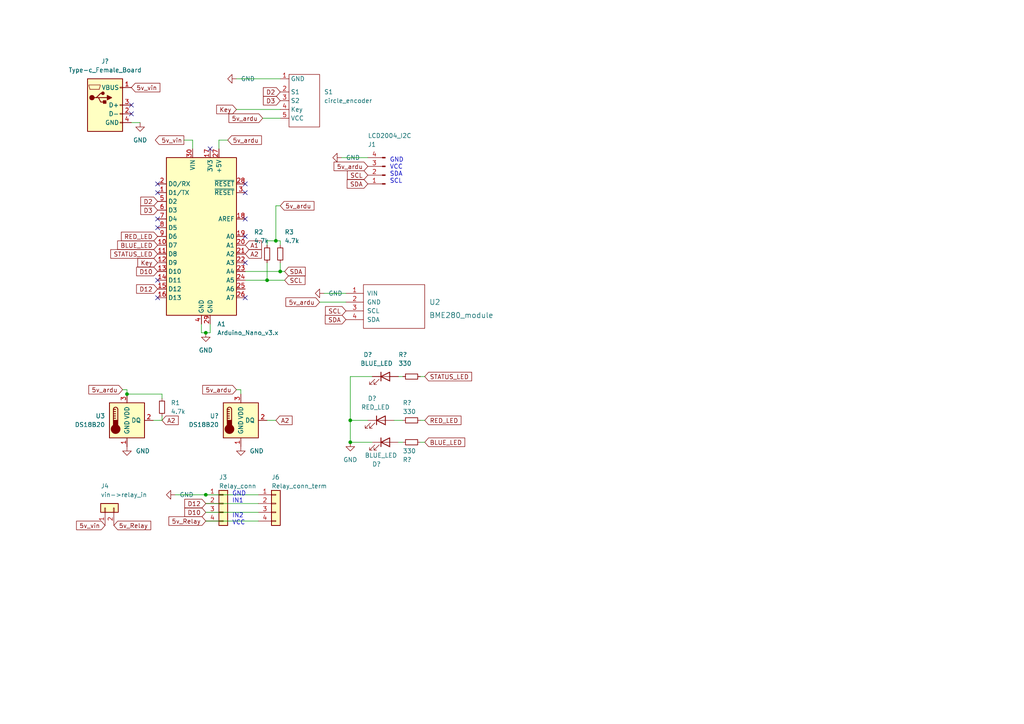
<source format=kicad_sch>
(kicad_sch (version 20211123) (generator eeschema)
  (paper "A4")
  (lib_symbols
    (symbol "Connector:Conn_01x04_Male" (pin_names (offset 1.016) hide)
      (property "Reference" "J" (at 0 5.08 0))
      (property "Value" "Conn_01x04_Male" (at 0 -7.62 0))
      (symbol "Conn_01x04_Male_1_1"
        (polyline (pts (xy 1.27 -5.08) (xy 0.8636 -5.08)) (stroke (width 0.1524)))
        (polyline (pts (xy 1.27 -2.54) (xy 0.8636 -2.54)) (stroke (width 0.1524)))
        (polyline (pts (xy 1.27 0) (xy 0.8636 0)) (stroke (width 0.1524)))
        (polyline (pts (xy 1.27 2.54) (xy 0.8636 2.54)) (stroke (width 0.1524)))
        (rectangle (start 0.8636 -4.953) (end 0 -5.207) (stroke (width 0.1524)) (fill (type outline)))
        (rectangle (start 0.8636 -2.413) (end 0 -2.667) (stroke (width 0.1524)) (fill (type outline)))
        (rectangle (start 0.8636 0.127) (end 0 -0.127) (stroke (width 0.1524)) (fill (type outline)))
        (rectangle (start 0.8636 2.667) (end 0 2.413) (stroke (width 0.1524)) (fill (type outline)))
        (pin passive line (at 5.08 2.54 180) (length 3.81) (name "Pin_1") (number "1"))
        (pin passive line (at 5.08 0 180) (length 3.81) (name "Pin_2") (number "2"))
        (pin passive line (at 5.08 -2.54 180) (length 3.81) (name "Pin_3") (number "3"))
        (pin passive line (at 5.08 -5.08 180) (length 3.81) (name "Pin_4") (number "4"))
      )
    )
    (symbol "Connector_Generic:Conn_01x02" (pin_names (offset 1.016) hide)
      (property "Reference" "J" (at 0 2.54 0))
      (property "Value" "Conn_01x02" (at 0 -5.08 0))
      (symbol "Conn_01x02_1_1"
        (rectangle (start -1.27 -2.413) (end 0 -2.667) (stroke (width 0.1524)))
        (rectangle (start -1.27 0.127) (end 0 -0.127) (stroke (width 0.1524)))
        (rectangle (start -1.27 1.27) (end 1.27 -3.81) (stroke (width 0.254)) (fill (type background)))
        (pin passive line (at -5.08 0 0) (length 3.81) (name "Pin_1") (number "1"))
        (pin passive line (at -5.08 -2.54 0) (length 3.81) (name "Pin_2") (number "2"))
      )
    )
    (symbol "Connector_Generic:Conn_01x04" (pin_names (offset 1.016) hide)
      (property "Reference" "J" (at 0 5.08 0))
      (property "Value" "Conn_01x04" (at 0 -7.62 0))
      (symbol "Conn_01x04_1_1"
        (rectangle (start -1.27 -4.953) (end 0 -5.207) (stroke (width 0.1524)))
        (rectangle (start -1.27 -2.413) (end 0 -2.667) (stroke (width 0.1524)))
        (rectangle (start -1.27 0.127) (end 0 -0.127) (stroke (width 0.1524)))
        (rectangle (start -1.27 2.667) (end 0 2.413) (stroke (width 0.1524)))
        (rectangle (start -1.27 3.81) (end 1.27 -6.35) (stroke (width 0.254)) (fill (type background)))
        (pin passive line (at -5.08 2.54 0) (length 3.81) (name "Pin_1") (number "1"))
        (pin passive line (at -5.08 0 0) (length 3.81) (name "Pin_2") (number "2"))
        (pin passive line (at -5.08 -2.54 0) (length 3.81) (name "Pin_3") (number "3"))
        (pin passive line (at -5.08 -5.08 0) (length 3.81) (name "Pin_4") (number "4"))
      )
    )
    (symbol "Device:LED" (pin_numbers hide) (pin_names (offset 1.016) hide)
      (property "Reference" "D" (at 0 2.54 0))
      (property "Value" "LED" (at 0 -2.54 0))
      (symbol "LED_0_1"
        (polyline (pts (xy -1.27 -1.27) (xy -1.27 1.27)) (stroke (width 0.254)))
        (polyline (pts (xy -1.27 0) (xy 1.27 0)))
        (polyline (pts (xy 1.27 -1.27) (xy 1.27 1.27) (xy -1.27 0) (xy 1.27 -1.27)) (stroke (width 0.254)))
        (polyline (pts (xy -3.048 -0.762) (xy -4.572 -2.286) (xy -3.81 -2.286) (xy -4.572 -2.286) (xy -4.572 -1.524)))
        (polyline (pts (xy -1.778 -0.762) (xy -3.302 -2.286) (xy -2.54 -2.286) (xy -3.302 -2.286) (xy -3.302 -1.524)))
      )
      (symbol "LED_1_1"
        (pin passive line (at -3.81 0 0) (length 2.54) (name "K") (number "1"))
        (pin passive line (at 3.81 0 180) (length 2.54) (name "A") (number "2"))
      )
    )
    (symbol "Device:R_Small" (pin_numbers hide) (pin_names (offset 0.254) hide)
      (property "Reference" "R" (at 0.762 0.508 0))
      (property "Value" "R_Small" (at 0.762 -1.016 0))
      (symbol "R_Small_0_1"
        (rectangle (start -0.762 1.778) (end 0.762 -1.778) (stroke (width 0.2032)))
      )
      (symbol "R_Small_1_1"
        (pin passive line (at 0 2.54 270) (length 0.762) (name "~") (number "1"))
        (pin passive line (at 0 -2.54 90) (length 0.762) (name "~") (number "2"))
      )
    )
    (symbol "MCU_Module:Arduino_Nano_v3.x"
      (property "Reference" "A" (at -10.16 23.495 0))
      (property "Value" "Arduino_Nano_v3.x" (at 5.08 -24.13 0))
      (symbol "Arduino_Nano_v3.x_0_1"
        (rectangle (start -10.16 22.86) (end 10.16 -22.86) (stroke (width 0.254)) (fill (type background)))
      )
      (symbol "Arduino_Nano_v3.x_1_1"
        (pin bidirectional line (at -12.7 12.7 0) (length 2.54) (name "D1/TX") (number "1"))
        (pin bidirectional line (at -12.7 -2.54 0) (length 2.54) (name "D7") (number "10"))
        (pin bidirectional line (at -12.7 -5.08 0) (length 2.54) (name "D8") (number "11"))
        (pin bidirectional line (at -12.7 -7.62 0) (length 2.54) (name "D9") (number "12"))
        (pin bidirectional line (at -12.7 -10.16 0) (length 2.54) (name "D10") (number "13"))
        (pin bidirectional line (at -12.7 -12.7 0) (length 2.54) (name "D11") (number "14"))
        (pin bidirectional line (at -12.7 -15.24 0) (length 2.54) (name "D12") (number "15"))
        (pin bidirectional line (at -12.7 -17.78 0) (length 2.54) (name "D13") (number "16"))
        (pin power_out line (at 2.54 25.4 270) (length 2.54) (name "3V3") (number "17"))
        (pin input line (at 12.7 5.08 180) (length 2.54) (name "AREF") (number "18"))
        (pin bidirectional line (at 12.7 0 180) (length 2.54) (name "A0") (number "19"))
        (pin bidirectional line (at -12.7 15.24 0) (length 2.54) (name "D0/RX") (number "2"))
        (pin bidirectional line (at 12.7 -2.54 180) (length 2.54) (name "A1") (number "20"))
        (pin bidirectional line (at 12.7 -5.08 180) (length 2.54) (name "A2") (number "21"))
        (pin bidirectional line (at 12.7 -7.62 180) (length 2.54) (name "A3") (number "22"))
        (pin bidirectional line (at 12.7 -10.16 180) (length 2.54) (name "A4") (number "23"))
        (pin bidirectional line (at 12.7 -12.7 180) (length 2.54) (name "A5") (number "24"))
        (pin bidirectional line (at 12.7 -15.24 180) (length 2.54) (name "A6") (number "25"))
        (pin bidirectional line (at 12.7 -17.78 180) (length 2.54) (name "A7") (number "26"))
        (pin power_out line (at 5.08 25.4 270) (length 2.54) (name "+5V") (number "27"))
        (pin input line (at 12.7 15.24 180) (length 2.54) (name "~{RESET}") (number "28"))
        (pin power_in line (at 2.54 -25.4 90) (length 2.54) (name "GND") (number "29"))
        (pin input line (at 12.7 12.7 180) (length 2.54) (name "~{RESET}") (number "3"))
        (pin power_in line (at -2.54 25.4 270) (length 2.54) (name "VIN") (number "30"))
        (pin power_in line (at 0 -25.4 90) (length 2.54) (name "GND") (number "4"))
        (pin bidirectional line (at -12.7 10.16 0) (length 2.54) (name "D2") (number "5"))
        (pin bidirectional line (at -12.7 7.62 0) (length 2.54) (name "D3") (number "6"))
        (pin bidirectional line (at -12.7 5.08 0) (length 2.54) (name "D4") (number "7"))
        (pin bidirectional line (at -12.7 2.54 0) (length 2.54) (name "D5") (number "8"))
        (pin bidirectional line (at -12.7 0 0) (length 2.54) (name "D6") (number "9"))
      )
    )
    (symbol "Sensor_Temperature:DS18B20" (pin_names (offset 1.016))
      (property "Reference" "U" (at -3.81 6.35 0))
      (property "Value" "DS18B20" (at 6.35 6.35 0))
      (symbol "DS18B20_0_1"
        (rectangle (start -5.08 5.08) (end 5.08 -5.08) (stroke (width 0.254)) (fill (type background)))
        (circle (center -3.302 -2.54) (radius 1.27) (stroke (width 0.254)) (fill (type outline)))
        (rectangle (start -2.667 -1.905) (end -3.937 0) (stroke (width 0.254)) (fill (type outline)))
        (arc (start -2.667 3.175) (mid -3.302 3.81) (end -3.937 3.175) (stroke (width 0.254)))
        (polyline (pts (xy -3.937 0.635) (xy -3.302 0.635)) (stroke (width 0.254)))
        (polyline (pts (xy -3.937 1.27) (xy -3.302 1.27)) (stroke (width 0.254)))
        (polyline (pts (xy -3.937 1.905) (xy -3.302 1.905)) (stroke (width 0.254)))
        (polyline (pts (xy -3.937 2.54) (xy -3.302 2.54)) (stroke (width 0.254)))
        (polyline (pts (xy -3.937 3.175) (xy -3.937 0)) (stroke (width 0.254)))
        (polyline (pts (xy -3.937 3.175) (xy -3.302 3.175)) (stroke (width 0.254)))
        (polyline (pts (xy -2.667 3.175) (xy -2.667 0)) (stroke (width 0.254)))
      )
      (symbol "DS18B20_1_1"
        (pin power_in line (at 0 -7.62 90) (length 2.54) (name "GND") (number "1"))
        (pin bidirectional line (at 7.62 0 180) (length 2.54) (name "DQ") (number "2"))
        (pin power_in line (at 0 7.62 270) (length 2.54) (name "VDD") (number "3"))
      )
    )
    (symbol "circle_encoder_from_ali:circle_encoder"
      (property "Reference" "S1" (at 6.35 -2.5399 0))
      (property "Value" "circle_encoder" (at 6.35 -5.0799 0))
      (symbol "circle_encoder_0_1"
        (rectangle (start -3.81 2.54) (end 5.08 -12.7))
      )
      (symbol "circle_encoder_1_1"
        (pin input line (at -6.35 1.27 0) (length 2.54) (name "GND") (number "1"))
        (pin input line (at -6.35 -2.54 0) (length 2.54) (name "S1") (number "2"))
        (pin input line (at -6.35 -5.08 0) (length 2.54) (name "S2") (number "3"))
        (pin input line (at -6.35 -7.62 0) (length 2.54) (name "Key") (number "4"))
        (pin input line (at -6.35 -10.16 0) (length 2.54) (name "VCC") (number "5"))
      )
    )
    (symbol "megasaturnv_custom_components:BME280_module" (pin_names (offset 1.016))
      (property "Reference" "U" (at 0 -10.16 0))
      (property "Value" "BME280_module" (at 0 7.62 0))
      (symbol "BME280_module_0_1"
        (rectangle (start -7.62 5.08) (end 10.16 -7.62))
      )
      (symbol "BME280_module_1_1"
        (pin power_in line (at -12.7 2.54 0) (length 5.08) (name "VIN") (number "1"))
        (pin power_out line (at -12.7 0 0) (length 5.08) (name "GND") (number "2"))
        (pin input line (at -12.7 -2.54 0) (length 5.08) (name "SCL") (number "3"))
        (pin input line (at -12.7 -5.08 0) (length 5.08) (name "SDA") (number "4"))
      )
    )
    (symbol "power:GND" (power) (pin_names (offset 0))
      (property "Value" "GND" (at 0 -3.81 0))
      (symbol "GND_0_1"
        (polyline (pts (xy 0 0) (xy 0 -1.27) (xy 1.27 -1.27) (xy 0 -2.54) (xy -1.27 -1.27) (xy 0 -1.27)))
      )
      (symbol "GND_1_1"
        (pin power_in line (at 0 0 270) (length 0) hide (name "GND") (number "1"))
      )
    )
    (symbol "usb_type_c_female_board_Aliexpress:Type-c_Female_Board" (pin_names (offset 1.016))
      (property "Reference" "J" (at -17.78 11.43 0))
      (property "Value" "Type-c_Female_Board" (at -7.62 8.89 0))
      (symbol "Type-c_Female_Board_1_1"
        (rectangle (start -5.08 -7.62) (end 5.08 7.62) (stroke (width 0.254)) (fill (type background)))
        (circle (center -3.81 2.159) (radius 0.635) (stroke (width 0.254)) (fill (type outline)))
        (circle (center -0.635 3.429) (radius 0.381) (stroke (width 0.254)) (fill (type outline)))
        (polyline (pts (xy -1.905 2.159) (xy 0.635 2.159)) (stroke (width 0.254)))
        (polyline (pts (xy -3.175 2.159) (xy -2.54 2.159) (xy -1.27 3.429) (xy -0.635 3.429)) (stroke (width 0.254)))
        (polyline (pts (xy -2.54 2.159) (xy -1.905 2.159) (xy -1.27 0.889) (xy 0 0.889)) (stroke (width 0.254)))
        (polyline (pts (xy 0.635 2.794) (xy 0.635 1.524) (xy 1.905 2.159) (xy 0.635 2.794)) (stroke (width 0.254)) (fill (type outline)))
        (polyline (pts (xy -4.699 5.842) (xy -4.699 5.588) (xy -4.445 4.826) (xy -4.445 4.572) (xy -1.651 4.572) (xy -1.651 4.826) (xy -1.397 5.588) (xy -1.397 5.842) (xy -4.699 5.842)))
        (rectangle (start 0.254 1.27) (end -0.508 0.508) (stroke (width 0.254)) (fill (type outline)))
        (rectangle (start 5.08 -5.207) (end 4.318 -4.953))
        (rectangle (start 5.08 -2.667) (end 4.318 -2.413))
        (rectangle (start 5.08 -0.127) (end 4.318 0.127))
        (rectangle (start 5.08 4.953) (end 4.318 5.207))
        (pin power_out line (at 7.62 5.08 180) (length 2.54) (name "VBUS") (number "1"))
        (pin bidirectional line (at 7.62 -2.54 180) (length 2.54) (name "D-") (number "2"))
        (pin bidirectional line (at 7.62 0 180) (length 2.54) (name "D+") (number "3"))
        (pin power_out line (at 7.62 -5.08 180) (length 2.54) (name "GND") (number "4"))
      )
    )
  )
  (junction (at 101.6 121.92))
  (junction (at 80.01 69.85))
  (junction (at 101.6 128.27))
  (junction (at 81.28 78.74))
  (junction (at 77.47 81.28))
  (junction (at 36.83 114.3))
  (junction (at 59.69 96.52))
  (junction (at 59.69 143.51))
  (no_connect (at 38.1 33.02))
  (no_connect (at 38.1 30.48))
  (no_connect (at 60.96 43.18))
  (no_connect (at 71.12 53.34))
  (no_connect (at 71.12 55.88))
  (no_connect (at 71.12 63.5))
  (no_connect (at 71.12 68.58))
  (no_connect (at 71.12 76.2))
  (no_connect (at 71.12 86.36))
  (no_connect (at 45.72 86.36))
  (no_connect (at 45.72 66.04))
  (no_connect (at 45.72 63.5))
  (no_connect (at 45.72 81.28))
  (no_connect (at 45.72 53.34))
  (no_connect (at 45.72 55.88))
  (wire (pts (xy 80.01 69.85) (xy 81.28 69.85)))
  (wire (pts (xy 81.28 78.74) (xy 71.12 78.74)))
  (wire (pts (xy 115.57 109.22) (xy 116.84 109.22)))
  (wire (pts (xy 68.58 31.75) (xy 81.28 31.75)))
  (wire (pts (xy 92.71 87.63) (xy 100.33 87.63)))
  (wire (pts (xy 46.99 120.65) (xy 46.99 121.92)))
  (wire (pts (xy 80.01 121.92) (xy 77.47 121.92)))
  (wire (pts (xy 76.2 34.29) (xy 81.28 34.29)))
  (wire (pts (xy 82.55 78.74) (xy 81.28 78.74)))
  (wire (pts (xy 66.04 40.64) (xy 63.5 40.64)))
  (wire (pts (xy 68.58 113.03) (xy 69.85 113.03)))
  (wire (pts (xy 59.69 151.13) (xy 74.93 151.13)))
  (wire (pts (xy 59.69 96.52) (xy 58.42 96.52)))
  (wire (pts (xy 36.83 113.03) (xy 36.83 114.3)))
  (wire (pts (xy 121.92 128.27) (xy 123.19 128.27)))
  (wire (pts (xy 77.47 71.12) (xy 77.47 69.85)))
  (wire (pts (xy 77.47 69.85) (xy 80.01 69.85)))
  (wire (pts (xy 55.88 40.64) (xy 55.88 43.18)))
  (wire (pts (xy 63.5 40.64) (xy 63.5 43.18)))
  (wire (pts (xy 81.28 76.2) (xy 81.28 78.74)))
  (wire (pts (xy 101.6 128.27) (xy 107.95 128.27)))
  (wire (pts (xy 46.99 121.92) (xy 44.45 121.92)))
  (wire (pts (xy 35.56 113.03) (xy 36.83 113.03)))
  (wire (pts (xy 69.85 113.03) (xy 69.85 114.3)))
  (wire (pts (xy 81.28 69.85) (xy 81.28 71.12)))
  (wire (pts (xy 50.8 143.51) (xy 59.69 143.51)))
  (wire (pts (xy 101.6 109.22) (xy 101.6 121.92)))
  (wire (pts (xy 101.6 121.92) (xy 101.6 128.27)))
  (wire (pts (xy 77.47 76.2) (xy 77.47 81.28)))
  (wire (pts (xy 59.69 143.51) (xy 74.93 143.51)))
  (wire (pts (xy 60.96 96.52) (xy 59.69 96.52)))
  (wire (pts (xy 68.58 22.86) (xy 81.28 22.86)))
  (wire (pts (xy 59.69 146.05) (xy 74.93 146.05)))
  (wire (pts (xy 59.69 148.59) (xy 74.93 148.59)))
  (wire (pts (xy 121.92 109.22) (xy 123.19 109.22)))
  (wire (pts (xy 81.28 59.69) (xy 80.01 59.69)))
  (wire (pts (xy 82.55 81.28) (xy 77.47 81.28)))
  (wire (pts (xy 36.83 114.3) (xy 46.99 114.3)))
  (wire (pts (xy 80.01 59.69) (xy 80.01 69.85)))
  (wire (pts (xy 38.1 35.56) (xy 40.64 35.56)))
  (wire (pts (xy 46.99 114.3) (xy 46.99 115.57)))
  (wire (pts (xy 58.42 93.98) (xy 58.42 96.52)))
  (wire (pts (xy 99.06 45.72) (xy 106.68 45.72)))
  (wire (pts (xy 53.34 40.64) (xy 55.88 40.64)))
  (wire (pts (xy 77.47 81.28) (xy 71.12 81.28)))
  (wire (pts (xy 121.92 121.92) (xy 123.19 121.92)))
  (wire (pts (xy 93.98 85.09) (xy 100.33 85.09)))
  (wire (pts (xy 60.96 93.98) (xy 60.96 96.52)))
  (wire (pts (xy 107.95 109.22) (xy 101.6 109.22)))
  (wire (pts (xy 106.68 121.92) (xy 101.6 121.92)))
  (wire (pts (xy 114.3 121.92) (xy 116.84 121.92)))
  (wire (pts (xy 115.57 128.27) (xy 116.84 128.27)))
  (text "GND\nIN1" (at 67.31 146.05 0) (effects (font (size 1.27 1.27)) (justify left bottom)))
  (text "IN2\nVCC" (at 67.31 152.4 0) (effects (font (size 1.27 1.27)) (justify left bottom)))
  (text "GND\nVCC\nSDA\nSCL" (at 113.03 53.34 0) (effects (font (size 1.27 1.27)) (justify left bottom)))
  (global_label "5v_ardu" (shape input) (at 76.2 34.29 180) (property "Intersheet References" "${INTERSHEET_REFS}" (effects hide)))
  (global_label "5v_ardu" (shape input) (at 106.68 48.26 180) (property "Intersheet References" "${INTERSHEET_REFS}" (effects hide)))
  (global_label "RED_LED" (shape input) (at 45.72 68.58 180) (property "Intersheet References" "${INTERSHEET_REFS}" (effects hide)))
  (global_label "5v_ardu" (shape input) (at 66.04 40.64 0) (property "Intersheet References" "${INTERSHEET_REFS}" (effects hide)))
  (global_label "D2" (shape input) (at 81.28 26.67 180) (property "Intersheet References" "${INTERSHEET_REFS}" (effects hide)))
  (global_label "STATUS_LED" (shape input) (at 123.19 109.22 0) (property "Intersheet References" "${INTERSHEET_REFS}" (effects hide)))
  (global_label "RED_LED" (shape input) (at 123.19 121.92 0) (property "Intersheet References" "${INTERSHEET_REFS}" (effects hide)))
  (global_label "SDA" (shape input) (at 106.68 53.34 180) (property "Intersheet References" "${INTERSHEET_REFS}" (effects hide)))
  (global_label "BLUE_LED" (shape input) (at 45.72 71.12 180) (property "Intersheet References" "${INTERSHEET_REFS}" (effects hide)))
  (global_label "D3" (shape input) (at 81.28 29.21 180) (property "Intersheet References" "${INTERSHEET_REFS}" (effects hide)))
  (global_label "A2" (shape input) (at 80.01 121.92 0) (property "Intersheet References" "${INTERSHEET_REFS}" (effects hide)))
  (global_label "5v_ardu" (shape input) (at 68.58 113.03 180) (property "Intersheet References" "${INTERSHEET_REFS}" (effects hide)))
  (global_label "A1" (shape input) (at 71.12 71.12 0) (property "Intersheet References" "${INTERSHEET_REFS}" (effects hide)))
  (global_label "D2" (shape input) (at 45.72 58.42 180) (property "Intersheet References" "${INTERSHEET_REFS}" (effects hide)))
  (global_label "5v_ardu" (shape input) (at 35.56 113.03 180) (property "Intersheet References" "${INTERSHEET_REFS}" (effects hide)))
  (global_label "SCL" (shape input) (at 82.55 81.28 0) (property "Intersheet References" "${INTERSHEET_REFS}" (effects hide)))
  (global_label "A2" (shape input) (at 46.99 121.92 0) (property "Intersheet References" "${INTERSHEET_REFS}" (effects hide)))
  (global_label "D10" (shape input) (at 59.69 148.59 180) (property "Intersheet References" "${INTERSHEET_REFS}" (effects hide)))
  (global_label "STATUS_LED" (shape input) (at 45.72 73.66 180) (property "Intersheet References" "${INTERSHEET_REFS}" (effects hide)))
  (global_label "SDA" (shape input) (at 82.55 78.74 0) (property "Intersheet References" "${INTERSHEET_REFS}" (effects hide)))
  (global_label "SCL" (shape input) (at 100.33 90.17 180) (property "Intersheet References" "${INTERSHEET_REFS}" (effects hide)))
  (global_label "D12" (shape input) (at 59.69 146.05 180) (property "Intersheet References" "${INTERSHEET_REFS}" (effects hide)))
  (global_label "5v_vin" (shape input) (at 30.48 152.4 180) (property "Intersheet References" "${INTERSHEET_REFS}" (effects hide)))
  (global_label "SDA" (shape input) (at 100.33 92.71 180) (property "Intersheet References" "${INTERSHEET_REFS}" (effects hide)))
  (global_label "Key" (shape input) (at 45.72 76.2 180) (property "Intersheet References" "${INTERSHEET_REFS}" (effects hide)))
  (global_label "5v_Relay" (shape input) (at 59.69 151.13 180) (property "Intersheet References" "${INTERSHEET_REFS}" (effects hide)))
  (global_label "D12" (shape input) (at 45.72 83.82 180) (property "Intersheet References" "${INTERSHEET_REFS}" (effects hide)))
  (global_label "5v_ardu" (shape input) (at 92.71 87.63 180) (property "Intersheet References" "${INTERSHEET_REFS}" (effects hide)))
  (global_label "D10" (shape input) (at 45.72 78.74 180) (property "Intersheet References" "${INTERSHEET_REFS}" (effects hide)))
  (global_label "BLUE_LED" (shape input) (at 123.19 128.27 0) (property "Intersheet References" "${INTERSHEET_REFS}" (effects hide)))
  (global_label "5v_Relay" (shape input) (at 33.02 152.4 0) (property "Intersheet References" "${INTERSHEET_REFS}" (effects hide)))
  (global_label "SCL" (shape input) (at 106.68 50.8 180) (property "Intersheet References" "${INTERSHEET_REFS}" (effects hide)))
  (global_label "Key" (shape input) (at 68.58 31.75 180) (property "Intersheet References" "${INTERSHEET_REFS}" (effects hide)))
  (global_label "5v_vin" (shape input) (at 38.1 25.4 0) (property "Intersheet References" "${INTERSHEET_REFS}" (effects hide)))
  (global_label "5v_vin" (shape output) (at 53.34 40.64 180) (property "Intersheet References" "${INTERSHEET_REFS}" (effects hide)))
  (global_label "D3" (shape input) (at 45.72 60.96 180) (property "Intersheet References" "${INTERSHEET_REFS}" (effects hide)))
  (global_label "A2" (shape input) (at 71.12 73.66 0) (property "Intersheet References" "${INTERSHEET_REFS}" (effects hide)))
  (global_label "5v_ardu" (shape input) (at 81.28 59.69 0) (property "Intersheet References" "${INTERSHEET_REFS}" (effects hide)))
  (symbol (lib_id "Device:R_Small") (at 46.99 118.11 0) (unit 1)
    (property "Reference" "R1" (at 49.53 116.8399 0) (effects (justify left)))
    (property "Value" "4.7k" (at 49.53 119.3799 0) (effects (justify left)))
    (property "Footprint" "Resistor_SMD:R_0805_2012Metric_Pad1.20x1.40mm_HandSolder" (effects hide))
  )
  (symbol (lib_id "power:GND") (at 68.58 22.86 270) (unit 1)
    (property "Reference" "#PWR?" (effects hide))
    (property "Value" "GND" (at 69.85 22.8599 90) (effects (justify left)))
  )
  (symbol (lib_id "power:GND") (at 69.85 129.54 0) (unit 1)
    (property "Reference" "#PWR?" (effects hide))
    (property "Value" "GND" (at 72.39 130.8099 0) (effects (justify left)))
  )
  (symbol (lib_id "usb_type_c_female_board_Aliexpress:Type-c_Female_Board") (at 30.48 30.48 0) (unit 1)
    (property "Reference" "J?" (at 30.48 17.78 0))
    (property "Value" "Type-c_Female_Board" (at 30.48 20.32 0))
  )
  (symbol (lib_id "power:GND") (at 40.64 35.56 0) (unit 1)
    (property "Reference" "#PWR011" (effects hide))
    (property "Value" "GND" (at 40.64 40.64 0))
  )
  (symbol (lib_id "Connector_Generic:Conn_01x04") (at 64.77 146.05 0) (unit 1)
    (property "Reference" "J3" (at 63.5 138.43 0) (effects (justify left)))
    (property "Value" "Relay_conn" (at 63.5 140.97 0) (effects (justify left)))
    (property "Footprint" "Connector_PinHeader_2.54mm:PinHeader_1x04_P2.54mm_Vertical" (effects hide))
  )
  (symbol (lib_id "Sensor_Temperature:DS18B20") (at 36.83 121.92 0) (unit 1)
    (property "Reference" "U3" (at 30.48 120.6499 0) (effects (justify right)))
    (property "Value" "DS18B20" (at 30.48 123.1899 0) (effects (justify right)))
    (property "Footprint" "TerminalBlock_Philmore:TerminalBlock_Philmore_TB133_1x03_P5.00mm_Horizontal" (effects hide))
    (property "Datasheet" "http://datasheets.maximintegrated.com/en/ds/DS18B20.pdf" (effects hide))
  )
  (symbol (lib_id "power:GND") (at 59.69 96.52 0) (unit 1)
    (property "Reference" "#PWR01" (effects hide))
    (property "Value" "GND" (at 59.69 101.6 0))
  )
  (symbol (lib_id "Device:LED") (at 110.49 121.92 0) (unit 1)
    (property "Reference" "D?" (at 107.95 115.57 0))
    (property "Value" "RED_LED" (at 108.9025 118.11 0))
  )
  (symbol (lib_id "power:GND") (at 101.6 128.27 0) (unit 1)
    (property "Reference" "#PWR?" (effects hide))
    (property "Value" "GND" (at 101.6 133.35 0))
  )
  (symbol (lib_id "Device:LED") (at 111.76 109.22 0) (unit 1)
    (property "Reference" "D?" (at 106.68 102.87 0))
    (property "Value" "BLUE_LED" (at 109.22 105.41 0))
  )
  (symbol (lib_id "Device:R_Small") (at 119.38 109.22 90) (unit 1)
    (property "Reference" "R?" (at 118.11 102.87 90) (effects (justify left)))
    (property "Value" "330" (at 119.38 105.41 90) (effects (justify left)))
    (property "Footprint" "Resistor_SMD:R_0805_2012Metric_Pad1.20x1.40mm_HandSolder" (effects hide))
  )
  (symbol (lib_id "Sensor_Temperature:DS18B20") (at 69.85 121.92 0) (unit 1)
    (property "Reference" "U?" (at 63.5 120.6499 0) (effects (justify right)))
    (property "Value" "DS18B20" (at 63.5 123.1899 0) (effects (justify right)))
    (property "Footprint" "TerminalBlock_Philmore:TerminalBlock_Philmore_TB133_1x03_P5.00mm_Horizontal" (effects hide))
    (property "Datasheet" "http://datasheets.maximintegrated.com/en/ds/DS18B20.pdf" (effects hide))
  )
  (symbol (lib_id "Connector:Conn_01x04_Male") (at 111.76 50.8 180) (unit 1)
    (property "Reference" "J1" (at 106.68 41.91 0) (effects (justify right)))
    (property "Value" "LCD2004_I2C" (at 106.68 39.37 0) (effects (justify right)))
    (property "Footprint" "Connector_PinHeader_2.54mm:PinHeader_2x02_P2.54mm_Vertical" (effects hide))
  )
  (symbol (lib_id "Device:R_Small") (at 81.28 73.66 0) (unit 1)
    (property "Reference" "R3" (at 82.55 67.31 0) (effects (justify left)))
    (property "Value" "4.7k" (at 82.55 69.85 0) (effects (justify left)))
    (property "Footprint" "Resistor_SMD:R_0805_2012Metric_Pad1.20x1.40mm_HandSolder" (effects hide))
  )
  (symbol (lib_id "Device:R_Small") (at 119.38 128.27 90) (unit 1)
    (property "Reference" "R?" (at 119.38 133.35 90) (effects (justify left)))
    (property "Value" "330" (at 120.65 130.81 90) (effects (justify left)))
    (property "Footprint" "Resistor_SMD:R_0805_2012Metric_Pad1.20x1.40mm_HandSolder" (effects hide))
  )
  (symbol (lib_id "power:GND") (at 36.83 129.54 0) (unit 1)
    (property "Reference" "#PWR09" (effects hide))
    (property "Value" "GND" (at 39.37 130.8099 0) (effects (justify left)))
  )
  (symbol (lib_id "Device:LED") (at 111.76 128.27 0) (unit 1)
    (property "Reference" "D?" (at 109.22 134.62 0))
    (property "Value" "BLUE_LED" (at 110.49 132.08 0))
  )
  (symbol (lib_id "circle_encoder_from_ali:circle_encoder") (at 87.63 24.13 0) (unit 1)
    (property "Reference" "S1" (at 93.98 26.6699 0) (effects (justify left)))
    (property "Value" "circle_encoder" (at 93.98 29.2099 0) (effects (justify left)))
    (property "Footprint" "Connector_PinSocket_2.54mm:PinSocket_1x05_P2.54mm_Vertical" (effects hide))
  )
  (symbol (lib_id "power:GND") (at 99.06 45.72 270) (unit 1)
    (property "Reference" "#PWR07" (effects hide))
    (property "Value" "GND" (at 100.33 45.7199 90) (effects (justify left)))
  )
  (symbol (lib_id "Connector_Generic:Conn_01x02") (at 30.48 147.32 90) (unit 1)
    (property "Reference" "J4" (at 29.21 140.97 90) (effects (justify right)))
    (property "Value" "vin->relay_in" (at 29.21 143.51 90) (effects (justify right)))
    (property "Footprint" "Connector_PinHeader_2.54mm:PinHeader_1x02_P2.54mm_Vertical" (effects hide))
  )
  (symbol (lib_id "power:GND") (at 93.98 85.09 270) (unit 1)
    (property "Reference" "#PWR?" (effects hide))
    (property "Value" "GND" (at 95.25 85.0899 90) (effects (justify left)))
  )
  (symbol (lib_id "megasaturnv_custom_components:BME280_module") (at 113.03 87.63 0) (unit 1)
    (property "Reference" "U2" (at 124.46 87.63 0) (effects (font (size 1.524 1.524)) (justify left)))
    (property "Value" "BME280_module" (at 124.46 91.44 0) (effects (font (size 1.524 1.524)) (justify left)))
    (property "Footprint" "Connector_PinSocket_2.54mm:PinSocket_2x02_P2.54mm_Vertical" (effects hide))
  )
  (symbol (lib_id "power:GND") (at 50.8 143.51 270) (unit 1)
    (property "Reference" "#PWR06" (effects hide))
    (property "Value" "GND" (at 52.07 143.5099 90) (effects (justify left)))
  )
  (symbol (lib_id "MCU_Module:Arduino_Nano_v3.x") (at 58.42 68.58 0) (unit 1)
    (property "Reference" "A1" (at 62.9794 93.98 0) (effects (justify left)))
    (property "Value" "Arduino_Nano_v3.x" (at 62.9794 96.52 0) (effects (justify left)))
    (property "Footprint" "Module:Arduino_Nano" (effects hide))
    (property "Datasheet" "http://www.mouser.com/pdfdocs/Gravitech_Arduino_Nano3_0.pdf" (effects hide))
  )
  (symbol (lib_id "Device:R_Small") (at 77.47 73.66 0) (unit 1)
    (property "Reference" "R2" (at 73.66 67.31 0) (effects (justify left)))
    (property "Value" "4.7k" (at 73.66 69.85 0) (effects (justify left)))
    (property "Footprint" "Resistor_SMD:R_0805_2012Metric_Pad1.20x1.40mm_HandSolder" (effects hide))
  )
  (symbol (lib_id "Device:R_Small") (at 119.38 121.92 90) (unit 1)
    (property "Reference" "R?" (at 119.38 116.84 90) (effects (justify left)))
    (property "Value" "330" (at 120.65 119.38 90) (effects (justify left)))
    (property "Footprint" "Resistor_SMD:R_0805_2012Metric_Pad1.20x1.40mm_HandSolder" (effects hide))
  )
  (symbol (lib_id "Connector_Generic:Conn_01x04") (at 80.01 146.05 0) (unit 1)
    (property "Reference" "J6" (at 78.74 138.43 0) (effects (justify left)))
    (property "Value" "Relay_conn_term" (at 78.74 140.97 0) (effects (justify left)))
    (property "Footprint" "TerminalBlock:TerminalBlock_bornier-4_P5.08mm" (effects hide))
  )
)
</source>
